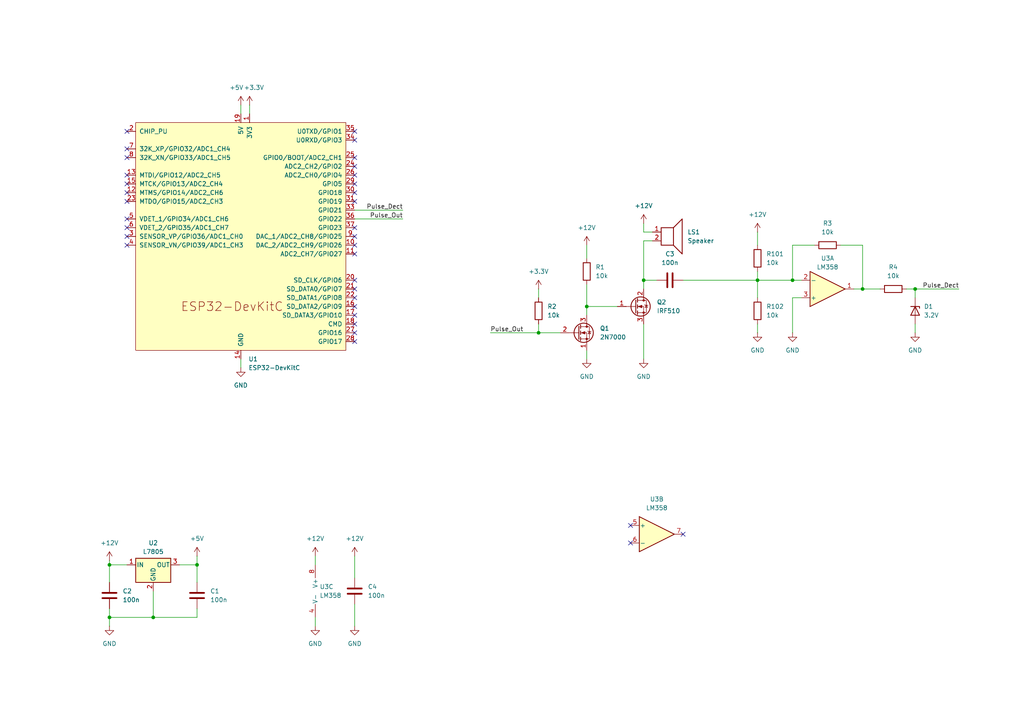
<source format=kicad_sch>
(kicad_sch (version 20231120) (generator "eeschema") (generator_version "8.0")
  (paper "A4")
  (lib_symbols
    (symbol "Amplifier_Operational:LM358" (pin_names (offset 0.127))
      (property "Reference" "U" (at 0 5.08 0))
      (property "Value" "LM358" (at 0 -5.08 0))
      (symbol "LM358_1_1"
        (polyline (pts (xy -5.08 5.08) (xy 5.08 0) (xy -5.08 -5.08) (xy -5.08 5.08)) (stroke (width 0.254)) (fill (type background)))
        (pin output line (at 7.62 0 180) (length 2.54) (name "~") (number "1"))
        (pin input line (at -7.62 -2.54 0) (length 2.54) (name "-") (number "2"))
        (pin input line (at -7.62 2.54 0) (length 2.54) (name "+") (number "3"))
      )
      (symbol "LM358_2_1"
        (polyline (pts (xy -5.08 5.08) (xy 5.08 0) (xy -5.08 -5.08) (xy -5.08 5.08)) (stroke (width 0.254)) (fill (type background)))
        (pin input line (at -7.62 2.54 0) (length 2.54) (name "+") (number "5"))
        (pin input line (at -7.62 -2.54 0) (length 2.54) (name "-") (number "6"))
        (pin output line (at 7.62 0 180) (length 2.54) (name "~") (number "7"))
      )
      (symbol "LM358_3_1"
        (pin power_in line (at -2.54 -7.62 90) (length 3.81) (name "V-") (number "4"))
        (pin power_in line (at -2.54 7.62 270) (length 3.81) (name "V+") (number "8"))
      )
    )
    (symbol "Device:C" (pin_numbers hide) (pin_names (offset 0.254))
      (property "Reference" "C" (at 0.635 2.54 0))
      (property "Value" "C" (at 0.635 -2.54 0))
      (symbol "C_0_1"
        (polyline (pts (xy -2.032 -0.762) (xy 2.032 -0.762)) (stroke (width 0.508)))
        (polyline (pts (xy -2.032 0.762) (xy 2.032 0.762)) (stroke (width 0.508)))
      )
      (symbol "C_1_1"
        (pin passive line (at 0 3.81 270) (length 2.794) (name "~") (number "1"))
        (pin passive line (at 0 -3.81 90) (length 2.794) (name "~") (number "2"))
      )
    )
    (symbol "Device:D_Zener" (pin_numbers hide) (pin_names (offset 1.016) hide)
      (property "Reference" "D" (at 0 2.54 0))
      (property "Value" "D_Zener" (at 0 -2.54 0))
      (symbol "D_Zener_0_1"
        (polyline (pts (xy 1.27 0) (xy -1.27 0)))
        (polyline (pts (xy -1.27 -1.27) (xy -1.27 1.27) (xy -0.762 1.27)) (stroke (width 0.254)))
        (polyline (pts (xy 1.27 -1.27) (xy 1.27 1.27) (xy -1.27 0) (xy 1.27 -1.27)) (stroke (width 0.254)))
      )
      (symbol "D_Zener_1_1"
        (pin passive line (at -3.81 0 0) (length 2.54) (name "K") (number "1"))
        (pin passive line (at 3.81 0 180) (length 2.54) (name "A") (number "2"))
      )
    )
    (symbol "Device:R" (pin_numbers hide) (pin_names (offset 0))
      (property "Reference" "R" (at 2.032 0 90))
      (property "Value" "R" (at 0 0 90))
      (symbol "R_0_1"
        (rectangle (start -1.016 -2.54) (end 1.016 2.54) (stroke (width 0.254)))
      )
      (symbol "R_1_1"
        (pin passive line (at 0 3.81 270) (length 1.27) (name "~") (number "1"))
        (pin passive line (at 0 -3.81 90) (length 1.27) (name "~") (number "2"))
      )
    )
    (symbol "Device:Speaker" (pin_names (offset 0) hide)
      (property "Reference" "LS" (at 1.27 5.715 0))
      (property "Value" "Speaker" (at 1.27 3.81 0))
      (symbol "Speaker_0_0"
        (rectangle (start -2.54 1.27) (end 1.016 -3.81) (stroke (width 0.254)))
        (polyline (pts (xy 1.016 1.27) (xy 3.556 3.81) (xy 3.556 -6.35) (xy 1.016 -3.81)) (stroke (width 0.254)))
      )
      (symbol "Speaker_1_1"
        (pin input line (at -5.08 0 0) (length 2.54) (name "1") (number "1"))
        (pin input line (at -5.08 -2.54 0) (length 2.54) (name "2") (number "2"))
      )
    )
    (symbol "PCM_Espressif:ESP32-DevKitC" (pin_names (offset 1.016))
      (property "Reference" "U" (at -30.48 38.1 0))
      (property "Value" "ESP32-DevKitC" (at -30.48 35.56 0))
      (symbol "ESP32-DevKitC_0_0"
        (text "ESP32-DevKitC" (at -2.54 -20.32 0) (effects (font (size 2.54 2.54))))
        (pin power_in line (at 0 -35.56 90) (length 2.54) (name "GND") (number "14"))
        (pin power_in line (at 0 35.56 270) (length 2.54) (name "5V") (number "19"))
      )
      (symbol "ESP32-DevKitC_0_1"
        (rectangle (start -30.48 33.02) (end 30.48 -33.02) (fill (type background)))
      )
      (symbol "ESP32-DevKitC_1_1"
        (pin power_in line (at 2.54 35.56 270) (length 2.54) (name "3V3") (number "1"))
        (pin bidirectional line (at 33.02 -2.54 180) (length 2.54) (name "DAC_2/ADC2_CH9/GPIO26") (number "10"))
        (pin bidirectional line (at 33.02 -5.08 180) (length 2.54) (name "ADC2_CH7/GPIO27") (number "11"))
        (pin bidirectional line (at -33.02 12.7 0) (length 2.54) (name "MTMS/GPIO14/ADC2_CH6") (number "12"))
        (pin bidirectional line (at -33.02 17.78 0) (length 2.54) (name "MTDI/GPIO12/ADC2_CH5") (number "13"))
        (pin bidirectional line (at -33.02 15.24 0) (length 2.54) (name "MTCK/GPIO13/ADC2_CH4") (number "15"))
        (pin bidirectional line (at 33.02 -20.32 180) (length 2.54) (name "SD_DATA2/GPIO9") (number "16"))
        (pin bidirectional line (at 33.02 -22.86 180) (length 2.54) (name "SD_DATA3/GPIO10") (number "17"))
        (pin bidirectional line (at 33.02 -25.4 180) (length 2.54) (name "CMD") (number "18"))
        (pin input line (at -33.02 30.48 0) (length 2.54) (name "CHIP_PU") (number "2"))
        (pin bidirectional line (at 33.02 -12.7 180) (length 2.54) (name "SD_CLK/GPIO6") (number "20"))
        (pin bidirectional line (at 33.02 -15.24 180) (length 2.54) (name "SD_DATA0/GPIO7") (number "21"))
        (pin bidirectional line (at 33.02 -17.78 180) (length 2.54) (name "SD_DATA1/GPIO8") (number "22"))
        (pin bidirectional line (at -33.02 10.16 0) (length 2.54) (name "MTDO/GPIO15/ADC2_CH3") (number "23"))
        (pin bidirectional line (at 33.02 20.32 180) (length 2.54) (name "ADC2_CH2/GPIO2") (number "24"))
        (pin bidirectional line (at 33.02 22.86 180) (length 2.54) (name "GPIO0/BOOT/ADC2_CH1") (number "25"))
        (pin bidirectional line (at 33.02 17.78 180) (length 2.54) (name "ADC2_CH0/GPIO4") (number "26"))
        (pin bidirectional line (at 33.02 -27.94 180) (length 2.54) (name "GPIO16") (number "27"))
        (pin bidirectional line (at 33.02 -30.48 180) (length 2.54) (name "GPIO17") (number "28"))
        (pin bidirectional line (at 33.02 15.24 180) (length 2.54) (name "GPIO5") (number "29"))
        (pin input line (at -33.02 0 0) (length 2.54) (name "SENSOR_VP/GPIO36/ADC1_CH0") (number "3"))
        (pin bidirectional line (at 33.02 12.7 180) (length 2.54) (name "GPIO18") (number "30"))
        (pin bidirectional line (at 33.02 10.16 180) (length 2.54) (name "GPIO19") (number "31"))
        (pin passive line (at 0 -35.56 90) (length 2.54) hide (name "GND") (number "32"))
        (pin bidirectional line (at 33.02 7.62 180) (length 2.54) (name "GPIO21") (number "33"))
        (pin bidirectional line (at 33.02 27.94 180) (length 2.54) (name "U0RXD/GPIO3") (number "34"))
        (pin bidirectional line (at 33.02 30.48 180) (length 2.54) (name "U0TXD/GPIO1") (number "35"))
        (pin bidirectional line (at 33.02 5.08 180) (length 2.54) (name "GPIO22") (number "36"))
        (pin bidirectional line (at 33.02 2.54 180) (length 2.54) (name "GPIO23") (number "37"))
        (pin passive line (at 0 -35.56 90) (length 2.54) hide (name "GND") (number "38"))
        (pin input line (at -33.02 -2.54 0) (length 2.54) (name "SENSOR_VN/GPIO39/ADC1_CH3") (number "4"))
        (pin input line (at -33.02 5.08 0) (length 2.54) (name "VDET_1/GPIO34/ADC1_CH6") (number "5"))
        (pin input line (at -33.02 2.54 0) (length 2.54) (name "VDET_2/GPIO35/ADC1_CH7") (number "6"))
        (pin bidirectional line (at -33.02 25.4 0) (length 2.54) (name "32K_XP/GPIO32/ADC1_CH4") (number "7"))
        (pin bidirectional line (at -33.02 22.86 0) (length 2.54) (name "32K_XN/GPIO33/ADC1_CH5") (number "8"))
        (pin bidirectional line (at 33.02 0 180) (length 2.54) (name "DAC_1/ADC2_CH8/GPIO25") (number "9"))
      )
    )
    (symbol "Regulator_Linear:L7805" (pin_names (offset 0.254))
      (property "Reference" "U" (at -3.81 3.175 0))
      (property "Value" "L7805" (at 0 3.175 0))
      (symbol "L7805_0_1"
        (rectangle (start -5.08 1.905) (end 5.08 -5.08) (stroke (width 0.254)) (fill (type background)))
      )
      (symbol "L7805_1_1"
        (pin power_in line (at -7.62 0 0) (length 2.54) (name "IN") (number "1"))
        (pin power_in line (at 0 -7.62 90) (length 2.54) (name "GND") (number "2"))
        (pin power_out line (at 7.62 0 180) (length 2.54) (name "OUT") (number "3"))
      )
    )
    (symbol "Transistor_FET:2N7000" (pin_names hide)
      (property "Reference" "Q" (at 5.08 1.905 0))
      (property "Value" "2N7000" (at 5.08 0 0))
      (symbol "2N7000_0_1"
        (polyline (pts (xy 0.254 0) (xy -2.54 0)))
        (polyline (pts (xy 0.254 1.905) (xy 0.254 -1.905)) (stroke (width 0.254)))
        (polyline (pts (xy 0.762 -1.27) (xy 0.762 -2.286)) (stroke (width 0.254)))
        (polyline (pts (xy 0.762 0.508) (xy 0.762 -0.508)) (stroke (width 0.254)))
        (polyline (pts (xy 0.762 2.286) (xy 0.762 1.27)) (stroke (width 0.254)))
        (polyline (pts (xy 2.54 2.54) (xy 2.54 1.778)))
        (polyline (pts (xy 2.54 -2.54) (xy 2.54 0) (xy 0.762 0)))
        (polyline (pts (xy 0.762 -1.778) (xy 3.302 -1.778) (xy 3.302 1.778) (xy 0.762 1.778)))
        (polyline (pts (xy 1.016 0) (xy 2.032 0.381) (xy 2.032 -0.381) (xy 1.016 0)) (fill (type outline)))
        (polyline (pts (xy 2.794 0.508) (xy 2.921 0.381) (xy 3.683 0.381) (xy 3.81 0.254)))
        (polyline (pts (xy 3.302 0.381) (xy 2.921 -0.254) (xy 3.683 -0.254) (xy 3.302 0.381)))
        (circle (center 1.651 0) (radius 2.794) (stroke (width 0.254)))
        (circle (center 2.54 -1.778) (radius 0.254) (fill (type outline)))
        (circle (center 2.54 1.778) (radius 0.254) (fill (type outline)))
      )
      (symbol "2N7000_1_1"
        (pin passive line (at 2.54 -5.08 90) (length 2.54) (name "S") (number "1"))
        (pin input line (at -5.08 0 0) (length 2.54) (name "G") (number "2"))
        (pin passive line (at 2.54 5.08 270) (length 2.54) (name "D") (number "3"))
      )
    )
    (symbol "Transistor_FET:IRF540N" (pin_names hide)
      (property "Reference" "Q" (at 5.08 1.905 0))
      (property "Value" "IRF540N" (at 5.08 0 0))
      (symbol "IRF540N_0_1"
        (polyline (pts (xy 0.254 0) (xy -2.54 0)))
        (polyline (pts (xy 0.254 1.905) (xy 0.254 -1.905)) (stroke (width 0.254)))
        (polyline (pts (xy 0.762 -1.27) (xy 0.762 -2.286)) (stroke (width 0.254)))
        (polyline (pts (xy 0.762 0.508) (xy 0.762 -0.508)) (stroke (width 0.254)))
        (polyline (pts (xy 0.762 2.286) (xy 0.762 1.27)) (stroke (width 0.254)))
        (polyline (pts (xy 2.54 2.54) (xy 2.54 1.778)))
        (polyline (pts (xy 2.54 -2.54) (xy 2.54 0) (xy 0.762 0)))
        (polyline (pts (xy 0.762 -1.778) (xy 3.302 -1.778) (xy 3.302 1.778) (xy 0.762 1.778)))
        (polyline (pts (xy 1.016 0) (xy 2.032 0.381) (xy 2.032 -0.381) (xy 1.016 0)) (fill (type outline)))
        (polyline (pts (xy 2.794 0.508) (xy 2.921 0.381) (xy 3.683 0.381) (xy 3.81 0.254)))
        (polyline (pts (xy 3.302 0.381) (xy 2.921 -0.254) (xy 3.683 -0.254) (xy 3.302 0.381)))
        (circle (center 1.651 0) (radius 2.794) (stroke (width 0.254)))
        (circle (center 2.54 -1.778) (radius 0.254) (fill (type outline)))
        (circle (center 2.54 1.778) (radius 0.254) (fill (type outline)))
      )
      (symbol "IRF540N_1_1"
        (pin input line (at -5.08 0 0) (length 2.54) (name "G") (number "1"))
        (pin passive line (at 2.54 5.08 270) (length 2.54) (name "D") (number "2"))
        (pin passive line (at 2.54 -5.08 90) (length 2.54) (name "S") (number "3"))
      )
    )
    (symbol "power:+12V" (power) (pin_numbers hide) (pin_names (offset 0) hide)
      (property "Value" "+12V" (at 0 3.556 0))
      (symbol "+12V_0_1"
        (polyline (pts (xy -0.762 1.27) (xy 0 2.54)))
        (polyline (pts (xy 0 0) (xy 0 2.54)))
        (polyline (pts (xy 0 2.54) (xy 0.762 1.27)))
      )
      (symbol "+12V_1_1"
        (pin power_in line (at 0 0 90) (length 0) (name "~") (number "1"))
      )
    )
    (symbol "power:+3.3V" (power) (pin_numbers hide) (pin_names (offset 0) hide)
      (property "Value" "+3.3V" (at 0 3.556 0))
      (symbol "+3.3V_0_1"
        (polyline (pts (xy -0.762 1.27) (xy 0 2.54)))
        (polyline (pts (xy 0 0) (xy 0 2.54)))
        (polyline (pts (xy 0 2.54) (xy 0.762 1.27)))
      )
      (symbol "+3.3V_1_1"
        (pin power_in line (at 0 0 90) (length 0) (name "~") (number "1"))
      )
    )
    (symbol "power:+5V" (power) (pin_numbers hide) (pin_names (offset 0) hide)
      (property "Value" "+5V" (at 0 3.556 0))
      (symbol "+5V_0_1"
        (polyline (pts (xy -0.762 1.27) (xy 0 2.54)))
        (polyline (pts (xy 0 0) (xy 0 2.54)))
        (polyline (pts (xy 0 2.54) (xy 0.762 1.27)))
      )
      (symbol "+5V_1_1"
        (pin power_in line (at 0 0 90) (length 0) (name "~") (number "1"))
      )
    )
    (symbol "power:GND" (power) (pin_numbers hide) (pin_names (offset 0) hide)
      (property "Value" "GND" (at 0 -3.81 0))
      (symbol "GND_0_1"
        (polyline (pts (xy 0 0) (xy 0 -1.27) (xy 1.27 -1.27) (xy 0 -2.54) (xy -1.27 -1.27) (xy 0 -1.27)))
      )
      (symbol "GND_1_1"
        (pin power_in line (at 0 0 270) (length 0) (name "~") (number "1"))
      )
    )
  )
  (junction (at 170.18 88.9))
  (junction (at 57.15 163.83))
  (junction (at 265.43 83.82))
  (junction (at 250.19 83.82))
  (junction (at 219.71 81.28))
  (junction (at 156.21 96.52))
  (junction (at 229.87 81.28))
  (junction (at 31.75 179.07))
  (junction (at 31.75 163.83))
  (junction (at 186.69 81.28))
  (junction (at 44.45 179.07))
  (no_connect (at 182.88 157.48))
  (no_connect (at 36.83 50.8))
  (no_connect (at 102.87 86.36))
  (no_connect (at 36.83 43.18))
  (no_connect (at 102.87 73.66))
  (no_connect (at 102.87 93.98))
  (no_connect (at 36.83 68.58))
  (no_connect (at 102.87 45.72))
  (no_connect (at 102.87 50.8))
  (no_connect (at 102.87 99.06))
  (no_connect (at 102.87 71.12))
  (no_connect (at 36.83 63.5))
  (no_connect (at 36.83 71.12))
  (no_connect (at 102.87 88.9))
  (no_connect (at 102.87 68.58))
  (no_connect (at 102.87 81.28))
  (no_connect (at 102.87 96.52))
  (no_connect (at 102.87 38.1))
  (no_connect (at 36.83 58.42))
  (no_connect (at 182.88 152.4))
  (no_connect (at 102.87 48.26))
  (no_connect (at 36.83 66.04))
  (no_connect (at 102.87 53.34))
  (no_connect (at 102.87 91.44))
  (no_connect (at 102.87 66.04))
  (no_connect (at 198.12 154.94))
  (no_connect (at 102.87 55.88))
  (no_connect (at 36.83 45.72))
  (no_connect (at 102.87 83.82))
  (no_connect (at 36.83 55.88))
  (no_connect (at 102.87 40.64))
  (no_connect (at 36.83 38.1))
  (no_connect (at 102.87 58.42))
  (no_connect (at 36.83 53.34))
  (wire (pts (xy 232.41 81.28) (xy 229.87 81.28)))
  (wire (pts (xy 170.18 71.12) (xy 170.18 74.93)))
  (wire (pts (xy 219.71 67.31) (xy 219.71 71.12)))
  (wire (pts (xy 69.85 30.48) (xy 69.85 33.02)))
  (wire (pts (xy 36.83 163.83) (xy 31.75 163.83)))
  (wire (pts (xy 102.87 60.96) (xy 116.84 60.96)))
  (wire (pts (xy 72.39 30.48) (xy 72.39 33.02)))
  (wire (pts (xy 265.43 93.98) (xy 265.43 96.52)))
  (wire (pts (xy 31.75 163.83) (xy 31.75 162.56)))
  (wire (pts (xy 91.44 161.29) (xy 91.44 163.83)))
  (wire (pts (xy 170.18 101.6) (xy 170.18 104.14)))
  (wire (pts (xy 186.69 69.85) (xy 189.23 69.85)))
  (wire (pts (xy 232.41 86.36) (xy 229.87 86.36)))
  (wire (pts (xy 186.69 81.28) (xy 186.69 69.85)))
  (wire (pts (xy 57.15 161.29) (xy 57.15 163.83)))
  (wire (pts (xy 142.24 96.52) (xy 156.21 96.52)))
  (wire (pts (xy 219.71 93.98) (xy 219.71 96.52)))
  (wire (pts (xy 102.87 63.5) (xy 116.84 63.5)))
  (wire (pts (xy 57.15 176.53) (xy 57.15 179.07)))
  (wire (pts (xy 229.87 81.28) (xy 229.87 71.12)))
  (wire (pts (xy 69.85 104.14) (xy 69.85 106.68)))
  (wire (pts (xy 156.21 96.52) (xy 162.56 96.52)))
  (wire (pts (xy 250.19 83.82) (xy 247.65 83.82)))
  (wire (pts (xy 170.18 82.55) (xy 170.18 88.9)))
  (wire (pts (xy 91.44 179.07) (xy 91.44 181.61)))
  (wire (pts (xy 229.87 86.36) (xy 229.87 96.52)))
  (wire (pts (xy 102.87 175.26) (xy 102.87 181.61)))
  (wire (pts (xy 219.71 81.28) (xy 229.87 81.28)))
  (wire (pts (xy 31.75 176.53) (xy 31.75 179.07)))
  (wire (pts (xy 170.18 88.9) (xy 179.07 88.9)))
  (wire (pts (xy 44.45 171.45) (xy 44.45 179.07)))
  (wire (pts (xy 186.69 93.98) (xy 186.69 104.14)))
  (wire (pts (xy 265.43 86.36) (xy 265.43 83.82)))
  (wire (pts (xy 186.69 83.82) (xy 186.69 81.28)))
  (wire (pts (xy 170.18 91.44) (xy 170.18 88.9)))
  (wire (pts (xy 243.84 71.12) (xy 250.19 71.12)))
  (wire (pts (xy 229.87 71.12) (xy 236.22 71.12)))
  (wire (pts (xy 186.69 67.31) (xy 186.69 64.77)))
  (wire (pts (xy 57.15 163.83) (xy 57.15 168.91)))
  (wire (pts (xy 262.89 83.82) (xy 265.43 83.82)))
  (wire (pts (xy 198.12 81.28) (xy 219.71 81.28)))
  (wire (pts (xy 250.19 83.82) (xy 255.27 83.82)))
  (wire (pts (xy 102.87 161.29) (xy 102.87 167.64)))
  (wire (pts (xy 265.43 83.82) (xy 278.13 83.82)))
  (wire (pts (xy 44.45 179.07) (xy 31.75 179.07)))
  (wire (pts (xy 219.71 81.28) (xy 219.71 86.36)))
  (wire (pts (xy 31.75 163.83) (xy 31.75 168.91)))
  (wire (pts (xy 219.71 78.74) (xy 219.71 81.28)))
  (wire (pts (xy 186.69 81.28) (xy 190.5 81.28)))
  (wire (pts (xy 52.07 163.83) (xy 57.15 163.83)))
  (wire (pts (xy 156.21 83.82) (xy 156.21 86.36)))
  (wire (pts (xy 156.21 93.98) (xy 156.21 96.52)))
  (wire (pts (xy 57.15 179.07) (xy 44.45 179.07)))
  (wire (pts (xy 250.19 71.12) (xy 250.19 83.82)))
  (wire (pts (xy 31.75 179.07) (xy 31.75 181.61)))
  (wire (pts (xy 189.23 67.31) (xy 186.69 67.31)))
  (label "Pulse_Dect" (at 278.13 83.82 180))
  (label "Pulse_Out" (at 142.24 96.52 0))
  (label "Pulse_Out" (at 116.84 63.5 180))
  (label "Pulse_Dect" (at 116.84 60.96 180))
  (symbol (lib_id "power:+12V") (at 102.87 161.29 0) (unit 1)
    (property "Reference" "#PWR013" (effects (hide yes)))
    (property "Value" "+12V" (at 102.87 156.21 0))
    (property "Description" "Power symbol creates a global label with name \"+12V\"" (effects (hide yes)))
  )
  (symbol (lib_id "power:+12V") (at 91.44 161.29 0) (unit 1)
    (property "Reference" "#PWR012" (effects (hide yes)))
    (property "Value" "+12V" (at 91.44 156.21 0))
    (property "Description" "Power symbol creates a global label with name \"+12V\"" (effects (hide yes)))
  )
  (symbol (lib_id "Device:C") (at 57.15 172.72 0) (unit 1)
    (property "Reference" "C1" (at 60.96 171.4499 0) (effects (justify left)))
    (property "Value" "100n" (at 60.96 173.9899 0) (effects (justify left)))
    (property "Description" "Unpolarized capacitor" (effects (hide yes)))
  )
  (symbol (lib_id "Device:R") (at 156.21 90.17 0) (unit 1)
    (property "Reference" "R2" (at 158.75 88.8999 0) (effects (justify left)))
    (property "Value" "10k" (at 158.75 91.4399 0) (effects (justify left)))
    (property "Description" "Resistor" (effects (hide yes)))
  )
  (symbol (lib_id "power:+12V") (at 170.18 71.12 0) (unit 1)
    (property "Reference" "#PWR04" (effects (hide yes)))
    (property "Value" "+12V" (at 170.18 66.04 0))
    (property "Description" "Power symbol creates a global label with name \"+12V\"" (effects (hide yes)))
  )
  (symbol (lib_id "power:GND") (at 91.44 181.61 0) (unit 1)
    (property "Reference" "#PWR014" (effects (hide yes)))
    (property "Value" "GND" (at 91.44 186.69 0))
    (property "Description" "Power symbol creates a global label with name \"GND\" , ground" (effects (hide yes)))
  )
  (symbol (lib_id "Device:C") (at 102.87 171.45 0) (unit 1)
    (property "Reference" "C4" (at 106.68 170.1799 0) (effects (justify left)))
    (property "Value" "100n" (at 106.68 172.7199 0) (effects (justify left)))
    (property "Description" "Unpolarized capacitor" (effects (hide yes)))
  )
  (symbol (lib_id "power:GND") (at 69.85 106.68 0) (unit 1)
    (property "Reference" "#PWR09" (effects (hide yes)))
    (property "Value" "GND" (at 69.85 111.76 0))
    (property "Description" "Power symbol creates a global label with name \"GND\" , ground" (effects (hide yes)))
  )
  (symbol (lib_id "Amplifier_Operational:LM358") (at 93.98 171.45 0) (unit 3)
    (property "Reference" "U3" (at 92.71 170.1799 0) (effects (justify left)))
    (property "Value" "LM358" (at 92.71 172.7199 0) (effects (justify left)))
    (property "Datasheet" "http://www.ti.com/lit/ds/symlink/lm2904-n.pdf" (effects (hide yes)))
    (property "Description" "Low-Power, Dual Operational Amplifiers, DIP-8/SOIC-8/TO-99-8" (effects (hide yes)))
  )
  (symbol (lib_id "power:+3.3V") (at 156.21 83.82 0) (unit 1)
    (property "Reference" "#PWR08" (effects (hide yes)))
    (property "Value" "+3.3V" (at 156.21 78.74 0))
    (property "Description" "Power symbol creates a global label with name \"+3.3V\"" (effects (hide yes)))
  )
  (symbol (lib_id "Device:R") (at 219.71 90.17 0) (unit 1)
    (property "Reference" "R102" (at 222.25 88.8999 0) (effects (justify left)))
    (property "Value" "10k" (at 222.25 91.4399 0) (effects (justify left)))
    (property "Description" "Resistor" (effects (hide yes)))
  )
  (symbol (lib_id "Device:R") (at 259.08 83.82 90) (unit 1)
    (property "Reference" "R4" (at 259.08 77.47 90))
    (property "Value" "10k" (at 259.08 80.01 90))
    (property "Description" "Resistor" (effects (hide yes)))
  )
  (symbol (lib_id "power:GND") (at 265.43 96.52 0) (unit 1)
    (property "Reference" "#PWR018" (effects (hide yes)))
    (property "Value" "GND" (at 265.43 101.6 0))
    (property "Description" "Power symbol creates a global label with name \"GND\" , ground" (effects (hide yes)))
  )
  (symbol (lib_id "Device:D_Zener") (at 265.43 90.17 270) (unit 1)
    (property "Reference" "D1" (at 267.97 88.8999 90) (effects (justify left)))
    (property "Value" "3.2V" (at 267.97 91.4399 90) (effects (justify left)))
    (property "Description" "Zener diode" (effects (hide yes)))
  )
  (symbol (lib_id "Device:R") (at 170.18 78.74 0) (unit 1)
    (property "Reference" "R1" (at 172.72 77.4699 0) (effects (justify left)))
    (property "Value" "10k" (at 172.72 80.0099 0) (effects (justify left)))
    (property "Description" "Resistor" (effects (hide yes)))
  )
  (symbol (lib_id "Amplifier_Operational:LM358") (at 190.5 154.94 0) (unit 2)
    (property "Reference" "U3" (at 190.5 144.78 0))
    (property "Value" "LM358" (at 190.5 147.32 0))
    (property "Datasheet" "http://www.ti.com/lit/ds/symlink/lm2904-n.pdf" (effects (hide yes)))
    (property "Description" "Low-Power, Dual Operational Amplifiers, DIP-8/SOIC-8/TO-99-8" (effects (hide yes)))
  )
  (symbol (lib_id "Device:C") (at 194.31 81.28 90) (unit 1)
    (property "Reference" "C3" (at 194.31 73.66 90))
    (property "Value" "100n" (at 194.31 76.2 90))
    (property "Description" "Unpolarized capacitor" (effects (hide yes)))
  )
  (symbol (lib_id "Transistor_FET:2N7000") (at 167.64 96.52 0) (unit 1)
    (property "Reference" "Q1" (at 173.99 95.2499 0) (effects (justify left)))
    (property "Value" "2N7000" (at 173.99 97.7899 0) (effects (justify left)))
    (property "Footprint" "Package_TO_SOT_THT:TO-92_Inline" (effects (hide yes)))
    (property "Datasheet" "https://www.vishay.com/docs/70226/70226.pdf" (effects (hide yes)))
    (property "Description" "0.2A Id, 200V Vds, N-Channel MOSFET, 2.6V Logic Level, TO-92" (effects (hide yes)))
  )
  (symbol (lib_id "power:GND") (at 31.75 181.61 0) (unit 1)
    (property "Reference" "#PWR011" (effects (hide yes)))
    (property "Value" "GND" (at 31.75 186.69 0))
    (property "Description" "Power symbol creates a global label with name \"GND\" , ground" (effects (hide yes)))
  )
  (symbol (lib_id "Device:C") (at 31.75 172.72 0) (unit 1)
    (property "Reference" "C2" (at 35.56 171.4499 0) (effects (justify left)))
    (property "Value" "100n" (at 35.56 173.9899 0) (effects (justify left)))
    (property "Description" "Unpolarized capacitor" (effects (hide yes)))
  )
  (symbol (lib_id "Amplifier_Operational:LM358") (at 240.03 83.82 0) (mirror x) (unit 1)
    (property "Reference" "U3" (at 240.03 74.93 0))
    (property "Value" "LM358" (at 240.03 77.47 0))
    (property "Datasheet" "http://www.ti.com/lit/ds/symlink/lm2904-n.pdf" (effects (hide yes)))
    (property "Description" "Low-Power, Dual Operational Amplifiers, DIP-8/SOIC-8/TO-99-8" (effects (hide yes)))
  )
  (symbol (lib_id "Device:R") (at 219.71 74.93 0) (unit 1)
    (property "Reference" "R101" (at 222.25 73.6599 0) (effects (justify left)))
    (property "Value" "10k" (at 222.25 76.1999 0) (effects (justify left)))
    (property "Description" "Resistor" (effects (hide yes)))
  )
  (symbol (lib_id "power:GND") (at 219.71 96.52 0) (unit 1)
    (property "Reference" "#PWR0102" (effects (hide yes)))
    (property "Value" "GND" (at 219.71 101.6 0))
    (property "Description" "Power symbol creates a global label with name \"GND\" , ground" (effects (hide yes)))
  )
  (symbol (lib_id "power:GND") (at 102.87 181.61 0) (unit 1)
    (property "Reference" "#PWR015" (effects (hide yes)))
    (property "Value" "GND" (at 102.87 186.69 0))
    (property "Description" "Power symbol creates a global label with name \"GND\" , ground" (effects (hide yes)))
  )
  (symbol (lib_id "Device:R") (at 240.03 71.12 90) (unit 1)
    (property "Reference" "R3" (at 240.03 64.77 90))
    (property "Value" "10k" (at 240.03 67.31 90))
    (property "Description" "Resistor" (effects (hide yes)))
  )
  (symbol (lib_id "power:+12V") (at 219.71 67.31 0) (unit 1)
    (property "Reference" "#PWR0101" (effects (hide yes)))
    (property "Value" "+12V" (at 219.71 62.23 0))
    (property "Description" "Power symbol creates a global label with name \"+12V\"" (effects (hide yes)))
  )
  (symbol (lib_id "Device:Speaker") (at 194.31 67.31 0) (unit 1)
    (property "Reference" "LS1" (at 199.39 67.3099 0) (effects (justify left)))
    (property "Value" "Speaker" (at 199.39 69.8499 0) (effects (justify left)))
    (property "Description" "Speaker" (effects (hide yes)))
  )
  (symbol (lib_id "power:+3.3V") (at 72.39 30.48 0) (unit 1)
    (property "Reference" "#PWR05" (effects (hide yes)))
    (property "Value" "+3.3V" (at 73.66 25.4 0))
    (property "Description" "Power symbol creates a global label with name \"+3.3V\"" (effects (hide yes)))
  )
  (symbol (lib_id "power:+5V") (at 69.85 30.48 0) (unit 1)
    (property "Reference" "#PWR06" (effects (hide yes)))
    (property "Value" "+5V" (at 68.58 25.4 0))
    (property "Description" "Power symbol creates a global label with name \"+5V\"" (effects (hide yes)))
  )
  (symbol (lib_id "power:GND") (at 229.87 96.52 0) (unit 1)
    (property "Reference" "#PWR016" (effects (hide yes)))
    (property "Value" "GND" (at 229.87 101.6 0))
    (property "Description" "Power symbol creates a global label with name \"GND\" , ground" (effects (hide yes)))
  )
  (symbol (lib_id "Regulator_Linear:L7805") (at 44.45 163.83 0) (unit 1)
    (property "Reference" "U2" (at 44.45 157.48 0))
    (property "Value" "L7805" (at 44.45 160.02 0))
    (property "Footprint" "Package_TO_SOT_THT:TO-220-3_Vertical" (effects (hide yes)))
    (property "Datasheet" "http://www.st.com/content/ccc/resource/technical/document/datasheet/41/4f/b3/b0/12/d4/47/88/CD00000444.pdf/files/CD00000444.pdf/jcr:content/translations/en.CD00000444.pdf" (effects (hide yes)))
    (property "Description" "Positive 1.5A 35V Linear Regulator, Fixed Output 5V, TO-220/TO-263/TO-252" (effects (hide yes)))
  )
  (symbol (lib_id "Transistor_FET:IRF540N") (at 184.15 88.9 0) (unit 1)
    (property "Reference" "Q2" (at 190.5 87.6299 0) (effects (justify left)))
    (property "Value" "IRF510" (at 190.5 90.1699 0) (effects (justify left)))
    (property "Footprint" "Package_TO_SOT_THT:TO-220-3_Vertical" (effects (hide yes)))
    (property "Datasheet" "http://www.irf.com/product-info/datasheets/data/irf540n.pdf" (effects (hide yes)))
    (property "Description" "33A Id, 100V Vds, HEXFET N-Channel MOSFET, TO-220" (effects (hide yes)))
  )
  (symbol (lib_id "power:+12V") (at 186.69 64.77 0) (unit 1)
    (property "Reference" "#PWR02" (effects (hide yes)))
    (property "Value" "+12V" (at 186.69 59.69 0))
    (property "Description" "Power symbol creates a global label with name \"+12V\"" (effects (hide yes)))
  )
  (symbol (lib_id "power:GND") (at 170.18 104.14 0) (unit 1)
    (property "Reference" "#PWR03" (effects (hide yes)))
    (property "Value" "GND" (at 170.18 109.22 0))
    (property "Description" "Power symbol creates a global label with name \"GND\" , ground" (effects (hide yes)))
  )
  (symbol (lib_id "power:+5V") (at 57.15 161.29 0) (unit 1)
    (property "Reference" "#PWR07" (effects (hide yes)))
    (property "Value" "+5V" (at 57.15 156.21 0))
    (property "Description" "Power symbol creates a global label with name \"+5V\"" (effects (hide yes)))
  )
  (symbol (lib_id "power:GND") (at 186.69 104.14 0) (unit 1)
    (property "Reference" "#PWR01" (effects (hide yes)))
    (property "Value" "GND" (at 186.69 109.22 0))
    (property "Description" "Power symbol creates a global label with name \"GND\" , ground" (effects (hide yes)))
  )
  (symbol (lib_id "power:+12V") (at 31.75 162.56 0) (unit 1)
    (property "Reference" "#PWR010" (effects (hide yes)))
    (property "Value" "+12V" (at 31.75 157.48 0))
    (property "Description" "Power symbol creates a global label with name \"+12V\"" (effects (hide yes)))
  )
  (symbol (lib_id "PCM_Espressif:ESP32-DevKitC") (at 69.85 68.58 0) (unit 1)
    (property "Reference" "U1" (at 72.0441 104.14 0) (effects (justify left)))
    (property "Value" "ESP32-DevKitC" (at 72.0441 106.68 0) (effects (justify left)))
    (property "Footprint" "PCM_Espressif:ESP32-DevKitC" (effects (hide yes)))
    (property "Datasheet" "https://docs.espressif.com/projects/esp-idf/zh_CN/latest/esp32/hw-reference/esp32/get-started-devkitc.html" (effects (hide yes)))
    (property "Description" "Development Kit" (effects (hide yes)))
  )
)
</source>
